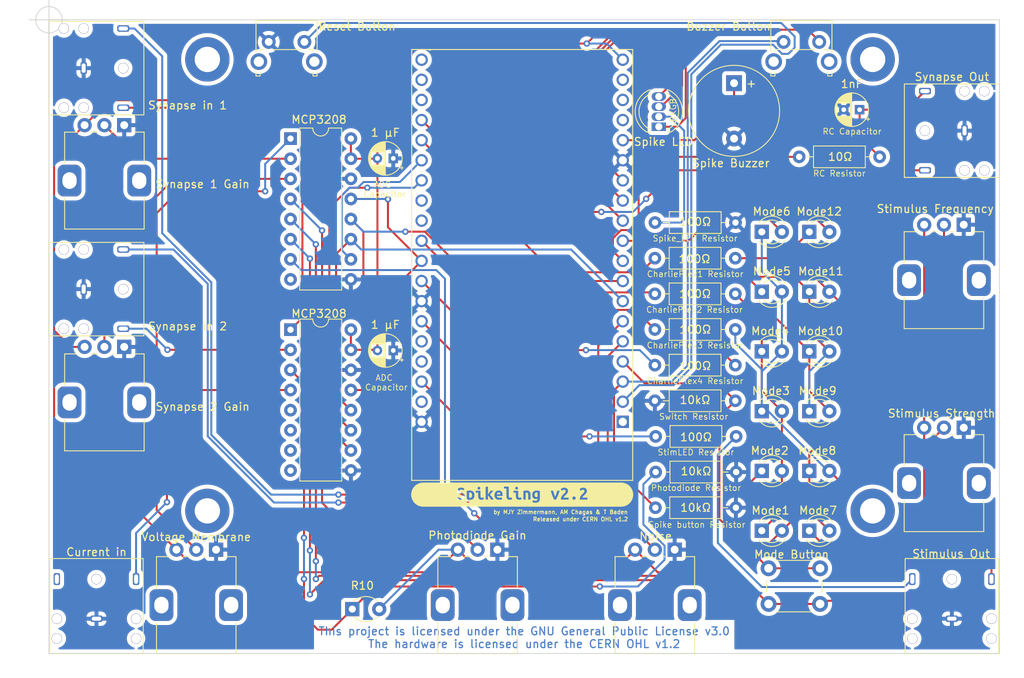
<source format=kicad_pcb>
(kicad_pcb (version 20211014) (generator pcbnew)
  (layers (0 "F.Cu" signal) (31 "B.Cu" signal) (34 "B.Paste" user) (35 "F.Paste" user) (36 "B.SilkS" user "B.Silkscreen") (37 "F.SilkS" user "F.Silkscreen") (38 "B.Mask" user) (39 "F.Mask" user) (44 "Edge.Cuts" user))
  (net 0 "")
  (net 7 "GNDREF")
  (net 8 "/23")
  (net 9 "/27")
  (net 10 "/26")
  (net 11 "+3V3")
  (net 12 "/34")
  (net 13 "/35")
  (net 14 "/25")
  (net 15 "/14")
  (net 16 "/12")
  (net 17 "/13")
  (net 18 "/22")
  (net 19 "/21")
  (net 20 "/19")
  (net 21 "/05")
  (net 22 "/17")
  (net 23 "/16")
  (net 24 "/02")
  (net 25 "/15")
  (net 26 "Net-(C3-Pad1)")
  (net 27 "Net-(D1-Pad2)")
  (net 28 "Net-(D10-Pad2)")
  (net 29 "Net-(D12-Pad2)")
  (net 30 "Net-(D4-Pad1)")
  (net 32 "/39")
  (net 33 "VCC")
  (net 36 "/202")
  (net 37 "/203")
  (net 38 "/106")
  (net 39 "/103")
  (net 40 "/105")
  (net 41 "/104")
  (net 42 "/101")
  (net 43 "/102")
  (net 44 "/200")
  (net 45 "/201")
  (net 46 "/32")
  (net 47 "/33")
  (net 48 "/18")
  (net 49 "/04")
  (net 50 "/00")
  (net 51 "/100")
  (net 52 "/107")
  (net 53 "/204")
  (net 54 "/205")
  (net 55 "/206")
  (net 56 "/207")
  (net 57 "Net-(D10-Pad1)")
  (net 58 "Net-(J5-PadT)")
  (net 59 "/36")
  (net 60 "Net-(SW3-Pad2)")
  (footprint "LED_THT:LED_D5.0mm-4_RGB" (layer "F.Cu") (at 177 63.5 90)
    (fp_text reference "D1")
    (fp_text value "Spike LED")
  )
  (footprint "Button_Switch_THT:Spikeling reset button" (layer "F.Cu") (at 195 50.1)
    (fp_text reference "SW2")
    (fp_text value "Buzzer Button")
  )
  (footprint "MountingHole:MountingHole_3.2mm_M3_DIN965_Pad" (layer "F.Cu") (at 120 55)
    (fp_text reference " ")
    (fp_text value "MountingHole_3.2mm_M3_DIN965_Pad")
  )
  (footprint "LED_THT:LED_D3.0mm" (layer "F.Cu") (at 190 76.779)
    (fp_text reference "D7")
    (fp_text value "Mode6")
  )
  (footprint "LED_THT:LED_D3.0mm" (layer "F.Cu") (at 190 114.504)
    (fp_text reference "D2")
    (fp_text value "Mode1")
  )
  (footprint "Resistor_THT:R_Axial_DIN0207_L6.3mm_D2.5mm_P10.16mm_Horizontal" (layer "F.Cu") (at 186.66 98.1 180)
    (fp_text reference "R5")
    (fp_text value "10kΩ")
  )
  (footprint "Package_DIP:DIP-16_W7.62mm" (layer "F.Cu") (at 130.5 89.125)
    (fp_text reference "U3")
    (fp_text value "MCP3208")
  )
  (footprint "Potentiometer_THT:Spikeling Potentiometer" (layer "F.Cu") (at 213 109 -90)
    (fp_text reference "RV6")
    (fp_text value "Stimulus Strength")
  )
  (footprint "Potentiometer_THT:Spikeling Potentiometer" (layer "F.Cu") (at 176.5 124.4 -90)
    (fp_text reference "RV4")
    (fp_text value "Noise")
  )
  (footprint "Audio_Module:Spikeling_Photoreceptor" (layer "F.Cu") (at 159.6 122.9)
    (fp_text reference ".")
    (fp_text value "Spikeling_neuron")
  )
  (footprint "Audio_Module:Spikeling Audio Jack 3.5mm" (layer "F.Cu") (at 99.8825 56.1 90)
    (fp_text reference "J2")
    (fp_text value "Synapse in 1")
  )
  (footprint "Audio_Module:Spikeling Audio Jack 3.5mm" (layer "F.Cu") (at 220.1 64 -90)
    (fp_text reference "J1")
    (fp_text value "Synapse Out")
  )
  (footprint "Potentiometer_THT:Spikeling Potentiometer" (layer "F.Cu") (at 107 70.8 -90)
    (fp_text reference "RV1")
    (fp_text value "Synapse 1 Gain")
  )
  (footprint "Audio_Module:Spikeling_Electrode" (layer "F.Cu") (at 125.9 107.3)
    (fp_text reference "REF**")
    (fp_text value "Spikeling_neuron")
  )
  (footprint "LED_THT:LED_D3.0mm" (layer "F.Cu") (at 190 99.414)
    (fp_text reference "D4")
    (fp_text value "Mode3")
  )
  (footprint "Potentiometer_THT:Spikeling Potentiometer" (layer "F.Cu") (at 118.6 124.4 -90)
    (fp_text reference "RV3")
    (fp_text value "Voltage Membrane")
  )
  (footprint "Resistor_THT:R_Axial_DIN0207_L6.3mm_D2.5mm_P10.16mm_Horizontal" (layer "F.Cu") (at 176.6 102.6)
    (fp_text reference "R3")
    (fp_text value "100Ω")
  )
  (footprint "MountingHole:MountingHole_3.2mm_M3_DIN965_Pad" (layer "F.Cu") (at 204 55)
    (fp_text reference " ")
    (fp_text value "MountingHole_M3")
  )
  (footprint "Package_DIP:DIP-16_W7.62mm" (layer "F.Cu") (at 130.5 65)
    (fp_text reference "U2")
    (fp_text value "MCP3208")
  )
  (footprint "Capacitor_THT:CP_Radial_D4.0mm_P2.00mm" (layer "F.Cu") (at 143.4726 91.75 180)
    (fp_text reference "C2")
    (fp_text value "1 μF")
  )
  (footprint "Audio_Module:Spikeling Audio Jack 3.5mm" (layer "F.Cu") (at 214 130.1175 180)
    (fp_text reference "J5")
    (fp_text value "Stimulus Out")
  )
  (footprint "Button_Switch_THT:Spikeling reset button" (layer "F.Cu") (at 130 50.1)
    (fp_text reference "SW3")
    (fp_text value "Reset Button")
  )
  (footprint "LED_THT:LED_D3.0mm" (layer "F.Cu") (at 196 91.869)
    (fp_text reference "D11")
    (fp_text value "Mode10")
  )
  (footprint "LED_THT:LED_D3.0mm" (layer "F.Cu") (at 196 106.959)
    (fp_text reference "D9")
    (fp_text value "Mode8")
  )
  (footprint "Capacitor_THT:CP_Radial_D4.0mm_P2.00mm" (layer "F.Cu") (at 143.4726 67.5 180)
    (fp_text reference "C1")
    (fp_text value "1 μF")
  )
  (footprint "Resistor_THT:R_Axial_DIN0207_L6.3mm_D2.5mm_P10.16mm_Horizontal" (layer "F.Cu") (at 176.5 93.6)
    (fp_text reference "R9")
    (fp_text value "100Ω")
  )
  (footprint "LED_THT:LED_D3.0mm" (layer "F.Cu") (at 196 76.779)
    (fp_text reference "D13")
    (fp_text value "Mode12")
  )
  (footprint "LED_THT:LED_D3.0mm" (layer "F.Cu") (at 196 84.324)
    (fp_text reference "D12")
    (fp_text value "Mode11")
  )
  (footprint "LED_THT:LED_D3.0mm" (layer "F.Cu") (at 196 99.414)
    (fp_text reference "D10")
    (fp_text value "Mode9")
  )
  (footprint "Resistor_THT:R_Axial_DIN0207_L6.3mm_D2.5mm_P10.16mm_Horizontal" (layer "F.Cu") (at 194.72 67.3)
    (fp_text reference "R1")
    (fp_text value "10Ω")
  )
  (footprint "Maxime:Photoresistor_3.4" (layer "F.Cu") (at 138.3 124.4)
    (fp_text reference "R10")
    (fp_text value "R_Photo")
  )
  (footprint "Potentiometer_THT:Spikeling Potentiometer" (layer "F.Cu") (at 213 83.372 -90)
    (fp_text reference "RV7")
    (fp_text value "Stimulus Frequency")
  )
  (footprint "Potentiometer_THT:Spikeling Potentiometer" (layer "F.Cu") (at 107 98.8 -90)
    (fp_text reference "RV2")
    (fp_text value "Synapse 2 Gain")
  )
  (footprint "Audio_Module:Spikeling Audio Jack 3.5mm" (layer "F.Cu") (at 99.8825 84 90)
    (fp_text reference "J3")
    (fp_text value "Synapse in 2")
  )
  (footprint "LED_THT:LED_D3.0mm" (layer "F.Cu") (at 190 106.959)
    (fp_text reference "D3")
    (fp_text value "Mode2")
  )
  (footprint "MountingHole:MountingHole_3.2mm_M3_DIN965_Pad" (layer "F.Cu") (at 204 112)
    (fp_text reference " ")
    (fp_text value "MountingHole_3.2mm_M3_DIN965_Pad")
  )
  (footprint "LED_THT:LED_D3.0mm" (layer "F.Cu") (at 190 91.869)
    (fp_text reference "D5")
    (fp_text value "Mode4")
  )
  (footprint "Audio_Module:Spikeling Audio Jack 3.5mm" (layer "F.Cu") (at 106 130.1175 180)
    (fp_text reference "J4")
    (fp_text value "Current in")
  )
  (footprint "Resistor_THT:R_Axial_DIN0207_L6.3mm_D2.5mm_P10.16mm_Horizontal" (layer "F.Cu") (at 176.5 89.1)
    (fp_text reference "R8")
    (fp_text value "100Ω")
  )
  (footprint "Resistor_THT:R_Axial_DIN0207_L6.3mm_D2.5mm_P10.16mm_Horizontal" (layer "F.Cu") (at 176.6 107.1)
    (fp_text reference "R2")
    (fp_text value "10kΩ")
  )
  (footprint "Potentiometer_THT:Spikeling Potentiometer" (layer "F.Cu") (at 154.119 124.4 -90)
    (fp_text reference "RV5")
    (fp_text value "Photodiode Gain")
  )
  (footprint "Capacitor_THT:CP_Radial_D4.0mm_P2.00mm" (layer "F.Cu") (at 202.35 61.35 180)
    (fp_text reference "C3")
    (fp_text value "1nF")
  )
  (footprint "Resistor_THT:R_Axial_DIN0207_L6.3mm_D2.5mm_P10.16mm_Horizontal" (layer "F.Cu") (at 176.5 84.6)
    (fp_text reference "R7")
    (fp_text value "100Ω")
  )
  (footprint "Resistor_THT:R_Axial_DIN0207_L6.3mm_D2.5mm_P10.16mm_Horizontal" (layer "F.Cu") (at 186.68 75.6 180)
    (fp_text reference "R4")
    (fp_text value "100Ω")
  )
  (footprint "Buzzer_Beeper:Buzzer_11.5x9.5RM5" (layer "F.Cu") (at 186.5 61.5 -90)
    (fp_text reference "BZ1")
    (fp_text value "Spike Buzzer")
  )
  (footprint "kibuzzard-633362FE" (layer "F.Cu") (at 159.75 109.95)
    (fp_text reference "kibuzzard-633362FE" hide)
    (fp_text value "G***" hide)
  )
  (footprint "MountingHole:MountingHole_3.2mm_M3_DIN965_Pad" (layer "F.Cu") (at 120 112)
    (fp_text reference " ")
    (fp_text value "MountingHole_3.2mm_M3_DIN965_Pad")
  )
  (footprint "Resistor_THT:R_Axial_DIN0207_L6.3mm_D2.5mm_P10.16mm_Horizontal" (layer "F.Cu") (at 176.57 111.6)
    (fp_text reference "R11")
    (fp_text value "10kΩ")
  )
  (footprint "Audio_Module:Spikeling_Neuron" (layer "F.Cu") (at 155.9 65.6)
    (fp_text reference ".")
    (fp_text value "Spikeling_neuron")
  )
  (footprint "Resistor_THT:R_Axial_DIN0207_L6.3mm_D2.5mm_P10.16mm_Horizontal" (layer "F.Cu") (at 176.5 80.1)
    (fp_text reference "R6")
    (fp_text value "100Ω")
  )
  (footprint "Button_Switch_THT:SW_PUSH_6mm_H13mm" (layer "F.Cu") (at 194.1 121.5)
    (fp_text reference "SW1")
    (fp_text value "Mode Button")
  )
  (footprint "Maxime:MODULE_ESP32-DEVKITC-32D" (layer "F.Cu") (at 159.75 81 180)
    (fp_text reference "U1")
    (fp_text value "ESP32-DEVKITC-32D")
  )
  (footprint "LED_THT:LED_D3.0mm" (layer "F.Cu") (at 196 114.504)
    (fp_text reference "D8")
    (fp_text value "Mode7")
  )
  (footprint "LED_THT:LED_D3.0mm" (layer "F.Cu") (at 190 84.324)
    (fp_text reference "D6")
    (fp_text value "Mode5")
  )
  (gr_line (start 220 130) (end 100 130) (layer "Edge.Cuts") (width 0.1))
  (gr_line (start 100 50) (end 220 50) (layer "Edge.Cuts") (width 0.1))
  (gr_line (start 220 50) (end 220 130) (layer "Edge.Cuts") (width 0.1))
  (gr_line (start 100 130) (end 100 50) (layer "Edge.Cuts") (width 0.1))
  (gr_text "This project is licensed under the GNU General Public License v3.0\nThe hardware is licensed under the CERN OHL v1.2" (at 160 128) (layer "B.Cu") (effects (font (size 1 1))))
  (gr_text "ADC \nCapacitor" (at 142.4 71.4) (layer "F.SilkS") (effects (font (size 0.75 0.75) (thickness 0.1))))
  (gr_text "Switch Resistor" (at 181.4 100.1) (layer "F.SilkS") (effects (font (size 0.75 0.75) (thickness 0.1))))
  (gr_text "CharliePlex3 Resistor" (at 181.58 91.1) (layer "F.SilkS") (effects (font (size 0.75 0.75) (thickness 0.1))))
  (gr_text "CharliePlex2 Resistor" (at 181.5 86.6) (layer "F.SilkS") (effects (font (size 0.75 0.75) (thickness 0.1))))
  (gr_text "Spike_LED Resistor" (at 181.58 77.6) (layer "F.SilkS") (effects (font (size 0.75 0.75) (thickness 0.1))))
  (gr_text "Released under CERN OHL v1.2" (at 167.1 113.05) (layer "F.SilkS") (effects (font (size 0.5 0.5) (thickness 0.1))))
  (gr_text "CharliePlex1 Resistor" (at 181.6 82.1) (layer "F.SilkS") (effects (font (size 0.75 0.75) (thickness 0.1))))
  (gr_text "RKGB" (at 178.8 61.4 90) (layer "F.SilkS") (effects (font (size 0.75 0.75) (thickness 0.1))))
  (gr_text "RC Capacitor" (at 201.4 64.1) (layer "F.SilkS") (effects (font (size 0.75 0.75) (thickness 0.1))))
  (gr_text "RC Resistor" (at 199.8 69.4) (layer "F.SilkS") (effects (font (size 0.75 0.75) (thickness 0.1))))
  (gr_text "by MJY Zimmermann, AM Chagas & T Baden" (at 164.6 112.15) (layer "F.SilkS") (effects (font (size 0.5 0.5) (thickness 0.1))))
  (gr_text "StimLED Resistor" (at 181.68 104.6) (layer "F.SilkS") (effects (font (size 0.75 0.75) (thickness 0.1))))
  (gr_text "Photodiode Resistor" (at 181.7 109.1) (layer "F.SilkS") (effects (font (size 0.75 0.75) (thickness 0.1))))
  (gr_text "ADC \nCapacitor" (at 142.6 95.8) (layer "F.SilkS") (effects (font (size 0.75 0.75) (thickness 0.1))))
  (gr_text "CharliePlex4 Resistor" (at 181.58 95.6) (layer "F.SilkS") (effects (font (size 0.75 0.75) (thickness 0.1))))
  (gr_text "Spike button Resistor" (at 181.8 113.75) (layer "F.SilkS") (effects (font (size 0.75 0.75) (thickness 0.1))))
  (target plus (at 100 50) (size 5) (width 0.1) (layer "Edge.Cuts"))
  (segment (start 168.3 54.6) (end 171.1 51.8) (width 0.25) (layer "F.Cu") (net 9))
  (segment (start 171.1 51.8) (end 178.5 51.8) (width 0.25) (layer "F.Cu") (net 9))
  (segment (start 179.3 63.5) (end 177 63.5) (width 0.25) (layer "F.Cu") (net 9))
  (segment (start 168.3 71.21) (end 168.3 54.6) (width 0.25) (layer "F.Cu") (net 9))
  (segment (start 180.4 53.7) (end 180.4 62.4) (width 0.25) (layer "F.Cu") (net 9))
  (segment (start 172.45 75.36) (end 168.3 71.21) (width 0.25) (layer "F.Cu") (net 9))
  (segment (start 178.5 51.8) (end 180.4 53.7) (width 0.25) (layer "F.Cu") (net 9))
  (segment (start 180.4 62.4) (end 179.3 63.5) (width 0.25) (layer "F.Cu") (net 9))
  (segment (start 216.2 73) (end 217.6 74.4) (width 0.25) (layer "F.Cu") (net 10))
  (segment (start 219 115.05) (end 214.8 110.85) (width 0.25) (layer "F.Cu") (net 10))
  (segment (start 219 120.6175) (end 219 115.05) (width 0.25) (layer "F.Cu") (net 10))
  (segment (start 214.8 106.3) (end 218.1 103) (width 0.25) (layer "F.Cu") (net 10))
  (segment (start 217.6 76.9) (end 217.6 74.4) (width 0.25) (layer "F.Cu") (net 10))
  (segment (start 180.75 77.9) (end 185.65 73) (width 0.25) (layer "F.Cu") (net 10))
  (segment (start 218.1 99.8) (end 214.1 95.8) (width 0.25) (layer "F.Cu") (net 10))
  (segment (start 214.1 80.4) (end 217.6 76.9) (width 0.25) (layer "F.Cu") (net 10))
  (segment (start 214.1 95.8) (end 214.1 80.4) (width 0.25) (layer "F.Cu") (net 10))
  (segment (start 185.65 73) (end 216.2 73) (width 0.25) (layer "F.Cu") (net 10))
  (segment (start 218.1 103) (end 218.1 99.8) (width 0.25) (layer "F.Cu") (net 10))
  (segment (start 172.45 77.9) (end 180.75 77.9) (width 0.25) (layer "F.Cu") (net 10))
  (segment (start 214.8 110.85) (end 214.8 106.3) (width 0.25) (layer "F.Cu") (net 10))
  (segment (start 172.45 90.6) (end 170.55 92.5) (width 0.25) (layer "F.Cu") (net 12))
  (segment (start 170.55 92.5) (end 170.55 107.8) (width 0.25) (layer "F.Cu") (net 12))
  (segment (start 167.4 110.95) (end 136.55 110.95) (width 0.25) (layer "F.Cu") (net 12))
  (segment (start 170.55 107.8) (end 167.4 110.95) (width 0.25) (layer "F.Cu") (net 12))
  (via (at 136.55 110.95) (size 0.8) (drill 0.4) (layers "F.Cu" "B.Cu") (net 12))
  (segment (start 120.05048 83.336198) (end 115.714282 79) (width 0.25) (layer "B.Cu") (net 12))
  (segment (start 136.55 110.95) (end 128.414283 110.95) (width 0.25) (layer "B.Cu") (net 12))
  (segment (start 128.414283 110.95) (end 120.05048 102.586197) (width 0.25) (layer "B.Cu") (net 12))
  (segment (start 115.714282 79) (end 109.3825 79) (width 0.25) (layer "B.Cu") (net 12))
  (segment (start 120.05048 102.586197) (end 120.05048 83.336198) (width 0.25) (layer "B.Cu") (net 12))
  (segment (start 169.35 91.16) (end 169.35 107.6) (width 0.25) (layer "F.Cu") (net 13))
  (segment (start 167 109.95) (end 136.55 109.95) (width 0.25) (layer "F.Cu") (net 13))
  (segment (start 169.35 107.6) (end 167 109.95) (width 0.25) (layer "F.Cu") (net 13))
  (segment (start 172.45 88.06) (end 169.35 91.16) (width 0.25) (layer "F.Cu") (net 13))
  (via (at 136.55 109.95) (size 0.8) (drill 0.4) (layers "F.Cu" "B.Cu") (net 13))
  (segment (start 114.3 54.6) (end 114.3 76.95) (width 0.25) (layer "B.Cu") (net 13))
  (segment (start 114.3 76.95) (end 120.5 83.15) (width 0.25) (layer "B.Cu") (net 13))
  (segment (start 110.8 51.1) (end 114.3 54.6) (width 0.25) (layer "B.Cu") (net 13))
  (segment (start 120.5 102.4) (end 128.05 109.95) (width 0.25) (layer "B.Cu") (net 13))
  (segment (start 120.5 83.15) (end 120.5 102.4) (width 0.25) (layer "B.Cu") (net 13))
  (segment (start 109.3825 51.1) (end 110.8 51.1) (width 0.25) (layer "B.Cu") (net 13))
  (segment (start 128.05 109.95) (end 136.55 109.95) (width 0.25) (layer "B.Cu") (net 13))
  (segment (start 174.45 71.55) (end 178.7 67.3) (width 0.25) (layer "F.Cu") (net 14))
  (segment (start 172.45 80.44) (end 171.2 79.19) (width 0.25) (layer "F.Cu") (net 14))
  (segment (start 172.237984 76.55) (end 173.9 76.55) (width 0.25) (layer "F.Cu") (net 14))
  (segment (start 171.2 79.19) (end 171.2 77.587984) (width 0.25) (layer "F.Cu") (net 14))
  (segment (start 171.2 77.587984) (end 172.237984 76.55) (width 0.25) (layer "F.Cu") (net 14))
  (segment (start 173.9 76.55) (end 174.45 76) (width 0.25) (layer "F.Cu") (net 14))
  (segment (start 178.7 67.3) (end 194.72 67.3) (width 0.25) (layer "F.Cu") (net 14))
  (segment (start 174.45 76) (end 174.45 71.55) (width 0.25) (layer "F.Cu") (net 14))
  (segment (start 168.74952 69.11952) (end 172.45 72.82) (width 0.25) (layer "F.Cu") (net 15))
  (segment (start 179.95048 53.886198) (end 179.95048 58.320064) (width 0.25) (layer "F.Cu") (net 15))
  (segment (start 179.95048 53.886198) (end 178.313802 52.24952) (width 0.25) (layer "F.Cu") (net 15))
  (segment (start 171.286198 52.24952) (end 168.74952 54.786198) (width 0.25) (layer "F.Cu") (net 15))
  (segment (start 168.74952 54.786198) (end 168.74952 69.11952) (width 0.25) (layer "F.Cu") (net 15))
  (segment (start 179.95048 58.320064) (end 177.310544 60.96) (width 0.25) (layer "F.Cu") (net 15))
  (segment (start 177.310544 60.96) (end 177 60.96) (width 0.25) (layer "F.Cu") (net 15))
  (segment (start 178.313802 52.24952) (end 171.286198 52.24952) (width 0.25) (layer "F.Cu") (net 15))
  (segment (start 177 59.69) (end 179.5 57.19) (width 0.25) (layer "F.Cu") (net 16))
  (segment (start 169.3 67.13) (end 172.45 70.28) (width 0.25) (layer "F.Cu") (net 16))
  (segment (start 178.127604 52.69904) (end 171.472396 52.69904) (width 0.25) (layer "F.Cu") (net 16))
  (segment (start 179.5 57.19) (end 179.5 54.071436) (width 0.25) (layer "F.Cu") (net 16))
  (segment (start 171.472396 52.69904) (end 169.3 54.871436) (width 0.25) (layer "F.Cu") (net 16))
  (segment (start 179.5 54.071436) (end 178.127604 52.69904) (width 0.25) (layer "F.Cu") (net 16))
  (segment (start 169.3 54.871436) (end 169.3 67.13) (width 0.25) (layer "F.Cu") (net 16))
  (segment (start 181.5 65.2) (end 186.5 60.2) (width 0.25) (layer "F.Cu") (net 17))
  (segment (start 172.45 65.2) (end 181.5 65.2) (width 0.25) (layer "F.Cu") (net 17))
  (segment (start 186.5 58) (end 186.5 60.2) (width 0.25) (layer "F.Cu") (net 17))
  (segment (start 147.05 95.68) (end 153.97 102.6) (width 0.25) (layer "F.Cu") (net 18))
  (segment (start 153.97 102.6) (end 168.25 102.6) (width 0.25) (layer "F.Cu") (net 18))
  (via (at 168.25 102.6) (size 0.8) (drill 0.4) (layers "F.Cu" "B.Cu") (net 18))
  (segment (start 168.25 102.6) (end 176.6 102.6) (width 0.25) (layer "B.Cu") (net 18))
  (segment (start 150.694511 91.704511) (end 147.05 88.06) (width 0.25) (layer "F.Cu") (net 19))
  (segment (start 167.804511 91.704511) (end 150.694511 91.704511) (width 0.25) (layer "F.Cu") (net 19))
  (via (at 167.804511 91.704511) (size 0.8) (drill 0.4) (layers "F.Cu" "B.Cu") (net 19))
  (segment (start 176.5 93.6) (end 174.604511 91.704511) (width 0.25) (layer "B.Cu") (net 19))
  (segment (start 174.604511 91.704511) (end 167.804511 91.704511) (width 0.25) (layer "B.Cu") (net 19))
  (segment (start 150.694511 86.624511) (end 147.05 82.98) (width 0.25) (layer "F.Cu") (net 20))
  (segment (start 176.5 89.1) (end 174.024511 86.624511) (width 0.25) (layer "F.Cu") (net 20))
  (segment (start 174.024511 86.624511) (end 150.694511 86.624511) (width 0.25) (layer "F.Cu") (net 20))
  (segment (start 153.565489 84.415489) (end 147.05 77.9) (width 0.25) (layer "F.Cu") (net 21))
  (segment (start 176.315489 84.415489) (end 153.565489 84.415489) (width 0.25) (layer "F.Cu") (net 21))
  (segment (start 176.5 84.6) (end 176.315489 84.415489) (width 0.25) (layer "F.Cu") (net 21))
  (segment (start 163.725489 81.875489) (end 147.05 65.2) (width 0.25) (layer "F.Cu") (net 24))
  (segment (start 176.5 80.1) (end 174.724511 81.875489) (width 0.25) (layer "F.Cu") (net 24))
  (segment (start 174.724511 81.875489) (end 163.725489 81.875489) (width 0.25) (layer "F.Cu") (net 24))
  (segment (start 158.645489 74.255489) (end 169.744511 74.255489) (width 0.25) (layer "F.Cu") (net 25))
  (segment (start 179 69) (end 175.4 72.6) (width 0.25) (layer "F.Cu") (net 25))
  (segment (start 210.6 69) (end 179 69) (width 0.25) (layer "F.Cu") (net 25))
  (segment (start 147.05 62.66) (end 158.645489 74.255489) (width 0.25) (layer "F.Cu") (net 25))
  (via (at 175.4 72.6) (size 0.8) (drill 0.4) (layers "F.Cu" "B.Cu") (net 25))
  (via (at 169.744511 74.255489) (size 0.8) (drill 0.4) (layers "F.Cu" "B.Cu") (net 25))
  (segment (start 173.744511 74.255489) (end 169.744511 74.255489) (width 0.25) (layer "B.Cu") (net 25))
  (segment (start 175.4 72.6) (end 173.744511 74.255489) (width 0.25) (layer "B.Cu") (net 25))
  (segment (start 202.35 61.35) (end 202.35 64.77) (width 0.25) (layer "F.Cu") (net 26))
  (segment (start 202.35 61.35) (end 208.25 61.35) (width 0.25) (layer "F.Cu") (net 26))
  (segment (start 208.25 61.35) (end 210.6 59) (width 0.25) (layer "F.Cu") (net 26))
  (segment (start 202.35 64.77) (end 204.88 67.3) (width 0.25) (layer "F.Cu") (net 26))
  (segment (start 177.310544 62.23) (end 177 62.23) (width 0.25) (layer "F.Cu") (net 27))
  (segment (start 176.6 62.14) (end 177.75 62.14) (width 0.25) (layer "F.Cu") (net 27))
  (segment (start 177 62.23) (end 178.43 62.23) (width 0.25) (layer "B.Cu") (net 27))
  (segment (start 178.43 62.23) (end 180.2 64) (width 0.25) (layer "B.Cu") (net 27))
  (segment (start 180.2 75.2) (end 179.8 75.6) (width 0.25) (layer "B.Cu") (net 27))
  (segment (start 179.8 75.6) (end 176.52 75.6) (width 0.25) (layer "B.Cu") (net 27))
  (segment (start 180.2 64) (end 180.2 75.2) (width 0.25) (layer "B.Cu") (net 27))
  (segment (start 177 75.12) (end 176.52 75.6) (width 0.25) (layer "B.Cu") (net 27))
  (segment (start 190 87.94) (end 190 91.869) (width 0.25) (layer "F.Cu") (net 28))
  (segment (start 186.66 84.6) (end 189.88 87.82) (width 0.25) (layer "F.Cu") (net 28))
  (segment (start 192.54 106.959) (end 192.54 111.964) (width 0.25) (layer "F.Cu") (net 28))
  (segment (start 189.88 87.82) (end 190 87.94) (width 0.25) (layer "F.Cu") (net 28))
  (segment (start 196 91.869) (end 191.951 87.82) (width 0.25) (layer "F.Cu") (net 28))
  (segment (start 196 96.874) (end 198.54 99.414) (width 0.25) (layer "F.Cu") (net 28))
  (segment (start 192.54 111.964) (end 190 114.504) (width 0.25) (layer "F.Cu") (net 28))
  (segment (start 190 91.869) (end 190 96.874) (width 0.25) (layer "F.Cu") (net 28))
  (segment (start 190 96.874) (end 192.54 99.414) (width 0.25) (layer "F.Cu") (net 28))
  (segment (start 192.54 99.414) (end 192.54 106.959) (width 0.25) (layer "F.Cu") (net 28))
  (segment (start 196 91.869) (end 196 96.874) (width 0.25) (layer "F.Cu") (net 28))
  (segment (start 191.951 87.82) (end 189.88 87.82) (width 0.25) (layer "F.Cu") (net 28))
  (segment (start 186.66 80.1) (end 192.679 80.1) (width 0.25) (layer "F.Cu") (net 29))
  (segment (start 192.679 80.1) (end 196 76.779) (width 0.25) (layer "F.Cu") (net 29))
  (segment (start 198.54 84.324) (end 194.316 80.1) (width 0.25) (layer "F.Cu") (net 29))
  (segment (start 196 110.85) (end 196 106.959) (width 0.25) (layer "F.Cu") (net 29))
  (segment (start 196 106.959) (end 196 104.75) (width 0.25) (layer "F.Cu") (net 29))
  (segment (start 196 111.964) (end 196 110.85) (width 0.25) (layer "F.Cu") (net 29))
  (segment (start 196 104.75) (end 200.4 100.35) (width 0.25) (layer "F.Cu") (net 29))
  (segment (start 198.54 114.504) (end 196 111.964) (width 0.25) (layer "F.Cu") (net 29))
  (segment (start 200.4 100.35) (end 200.4 86.184) (width 0.25) (layer "F.Cu") (net 29))
  (segment (start 189.25 116.75) (end 190.294 116.75) (width 0.25) (layer "F.Cu") (net 29))
  (segment (start 190.294 116.75) (end 192.54 114.504) (width 0.25) (layer "F.Cu") (net 29))
  (segment (start 188.1 108.859) (end 188.1 115.6) (width 0.25) (layer "F.Cu") (net 29))
  (segment (start 188.1 115.6) (end 189.25 116.75) (width 0.25) (layer "F.Cu") (net 29))
  (segment (start 200.4 86.184) (end 198.54 84.324) (width 0.25) (layer "F.Cu") (net 29))
  (segment (start 190 106.959) (end 188.1 108.859) (width 0.25) (layer "F.Cu") (net 29))
  (segment (start 196 111.044) (end 196 110.85) (width 0.25) (layer "F.Cu") (net 29))
  (segment (start 192.54 114.504) (end 196 111.044) (width 0.25) (layer "F.Cu") (net 29))
  (segment (start 194.316 80.1) (end 192.679 80.1) (width 0.25) (layer "F.Cu") (net 29))
  (segment (start 200.2 108.619) (end 198.54 106.959) (width 0.25) (layer "F.Cu") (net 30))
  (segment (start 200.2 115.6) (end 200.2 108.619) (width 0.25) (layer "F.Cu") (net 30))
  (segment (start 199.4 116.4) (end 200.2 115.6) (width 0.25) (layer "F.Cu") (net 30))
  (segment (start 197.896 116.4) (end 199.4 116.4) (width 0.25) (layer "F.Cu") (net 30))
  (segment (start 197.896 116.4) (end 196 114.504) (width 0.25) (layer "F.Cu") (net 30))
  (segment (start 190 76.779) (end 190 81.784) (width 0.25) (layer "B.Cu") (net 30))
  (segment (start 198.353279 106.959) (end 198.54 106.959) (width 0.25) (layer "B.Cu") (net 30))
  (segment (start 190 99.414) (end 190 94.409) (width 0.25) (layer "B.Cu") (net 30))
  (segment (start 192.54 84.324) (end 192.54 91.869) (width 0.25) (layer "B.Cu") (net 30))
  (segment (start 186.66 90.81) (end 190 94.15) (width 0.25) (layer "B.Cu") (net 30))
  (segment (start 190 94.15) (end 190 94.409) (width 0.25) (layer "B.Cu") (net 30))
  (segment (start 190 81.784) (end 192.54 84.324) (width 0.25) (layer "B.Cu") (net 30))
  (segment (start 190.808279 99.414) (end 198.353279 106.959) (width 0.25) (layer "B.Cu") (net 30))
  (segment (start 190 94.409) (end 192.54 91.869) (width 0.25) (layer "B.Cu") (net 30))
  (segment (start 186.66 89.1) (end 186.66 90.81) (width 0.25) (layer "B.Cu") (net 30))
  (segment (start 190 99.414) (end 190.808279 99.414) (width 0.25) (layer "B.Cu") (net 30))
  (segment (start 184.65 100.11) (end 184.65 113.04) (width 0.25) (layer "F.Cu") (net 32))
  (segment (start 172.45 93.14) (end 175.21 95.9) (width 0.25) (layer "F.Cu") (net 32))
  (segment (start 186.66 98.1) (end 184.65 100.11) (width 0.25) (layer "F.Cu") (net 32))
  (segment (start 190.86 119.25) (end 197.36 119.25) (width 0.25) (layer "F.Cu") (net 32))
  (segment (start 175.21 95.9) (end 184.46 95.9) (width 0.25) (layer "F.Cu") (net 32))
  (segment (start 184.65 113.04) (end 190.86 119.25) (width 0.25) (layer "F.Cu") (net 32))
  (segment (start 184.46 95.9) (end 186.66 98.1) (width 0.25) (layer "F.Cu") (net 32))
  (segment (start 156.649982 53) (end 164.55 53) (width 0.25) (layer "F.Cu") (net 33))
  (segment (start 186.86 119.75) (end 176.85 119.75) (width 0.25) (layer "F.Cu") (net 33))
  (segment (start 167.9 53) (end 169.65 51.25) (width 0.25) (layer "F.Cu") (net 33))
  (segment (start 104.5 63.3) (end 100.65 67.15) (width 0.25) (layer "F.Cu") (net 33))
  (segment (start 138.12 89.125) (end 138.12 91.665) (width 0.25) (layer "F.Cu") (net 33))
  (segment (start 210.14904 123.35096) (end 197.75904 123.35096) (width 0.25) (layer "F.Cu") (net 33))
  (segment (start 102.740678 91.3) (end 104.5 91.3) (width 0.25) (layer "F.Cu") (net 33))
  (segment (start 144.65 53) (end 156.35 53) (width 0.25) (layer "F.Cu") (net 33))
  (segment (start 197.75904 123.35096) (end 197.36 123.75) (width 0.25) (layer "F.Cu") (net 33))
  (segment (start 154.469 119.75) (end 171.15 119.75) (width 0.25) (layer "F.Cu") (net 33))
  (segment (start 116.1 116.9) (end 100.65 101.45) (width 0.25) (layer "F.Cu") (net 33))
  (segment (start 171.15 119.75) (end 174 116.9) (width 0.25) (layer "F.Cu") (net 33))
  (segment (start 141.4726 57.2774) (end 141.4726 56.1774) (width 0.25) (layer "F.Cu") (net 33))
  (segment (start 138.6 60.15) (end 141.4726 57.2774) (width 0.25) (layer "F.Cu") (net 33))
  (segment (start 164.55 53) (end 164.7 53) (width 0.25) (layer "F.Cu") (net 33))
  (segment (start 138.12 67.54) (end 141.4326 67.54) (width 0.25) (layer "F.Cu") (net 33))
  (segment (start 141.4726 67.5) (end 141.4726 56.1774) (width 0.25) (layer "F.Cu") (net 33))
  (segment (start 148.769 119.75) (end 151.619 116.9) (width 0.25) (layer "F.Cu") (net 33))
  (segment (start 100.65 67.15) (end 100.65 89.209322) (width 0.25) (layer "F.Cu") (net 33))
  (segment (start 100.65 89.209322) (end 102.740678 91.3) (width 0.25) (layer "F.Cu") (net 33))
  (segment (start 100.65 101.45) (end 100.65 89.209322) (width 0.25) (layer "F.Cu") (net 33))
  (segment (start 195.81 51.25) (end 197.25 52.69) (width 0.25) (layer "F.Cu") (net 33))
  (segment (start 210.5 101.5) (end 210.5 123) (width 0.25) (layer "F.Cu") (net 33))
  (segment (start 156.35 53) (end 167.9 53) (width 0.25) (layer "F.Cu") (net 33))
  (segment (start 107.65 60.15) (end 138.6 60.15) (width 0.25) (layer "F.Cu") (net 33))
  (segment (start 176.85 119.75) (end 174 116.9) (width 0.25) (layer "F.Cu") (net 33))
  (segment (start 104.5 63.3) (end 107.65 60.15) (width 0.25) (layer "F.Cu") (net 33))
  (segment (start 169.65 51.25) (end 195.81 51.25) (width 0.25) (layer "F.Cu") (net 33))
  (segment (start 138.12 91.665) (end 141.3876 91.665) (width 0.25) (layer "F.Cu") (net 33))
  (segment (start 141.4326 67.54) (end 141.4726 67.5) (width 0.25) (layer "F.Cu") (net 33))
  (segment (start 190.86 123.75) (end 197.36 123.75) (width 0.25) (layer "F.Cu") (net 33))
  (segment (start 210.5 75.872) (end 210.5 101.5) (width 0.25) (layer "F.Cu") (net 33))
  (segment (start 190.86 123.75) (end 186.86 119.75) (width 0.25) (layer "F.Cu") (net 33))
  (segment (start 116.1 116.9) (end 118.95 119.75) (width 0.25) (layer "F.Cu") (net 33))
  (segment (start 141.3876 91.665) (end 141.4726 91.75) (width 0.25) (layer "F.Cu") (net 33))
  (segment (start 210.5 123) (end 210.14904 123.35096) (width 0.25) (layer "F.Cu") (net 33))
  (segment (start 138.12 65) (end 138.12 67.54) (width 0.25) (layer "F.Cu") (net 33))
  (segment (start 118.95 119.75) (end 148.769 119.75) (width 0.25) (layer "F.Cu") (net 33))
  (segment (start 141.4726 56.1774) (end 144.65 53) (width 0.25) (layer "F.Cu") (net 33))
  (segment (start 151.619 116.9) (end 154.469 119.75) (width 0.25) (layer "F.Cu") (net 33))
  (segment (start 141.4726 67.5) (end 141.4726 91.75) (width 0.25) (layer "F.Cu") (net 33))
  (via (at 167.9 53) (size 0.8) (drill 0.4) (layers "F.Cu" "B.Cu") (net 33))
  (segment (start 170.41 53) (end 172.45 55.04) (width 0.25) (layer "B.Cu") (net 33))
  (segment (start 167.9 53) (end 170.41 53) (width 0.25) (layer "B.Cu") (net 33))
  (segment (start 141.7 124.4) (end 149.2 116.9) (width 0.25) (layer "B.Cu") (net 33))
  (segment (start 149.2 116.9) (end 151.619 116.9) (width 0.25) (layer "B.Cu") (net 33))
  (segment (start 133.95 127) (end 135.35 127) (width 0.25) (layer "F.Cu") (net 36))
  (segment (start 132.2 125.25) (end 133.95 127) (width 0.25) (layer "F.Cu") (net 36))
  (segment (start 138.3 124.4) (end 135.7 127) (width 0.25) (layer "F.Cu") (net 36))
  (segment (start 132.2 95.905) (end 132.2 115.4) (width 0.25) (layer "F.Cu") (net 36))
  (segment (start 138.3 124.4) (end 141.15 121.55) (width 0.25) (layer "F.Cu") (net 36))
  (segment (start 141.15 121.55) (end 169.55 121.55) (width 0.25) (layer "F.Cu") (net 36))
  (segment (start 130.5 94.205) (end 132.2 95.905) (width 0.25) (layer "F.Cu") (net 36))
  (segment (start 135.7 127) (end 135.35 127) (width 0.25) (layer "F.Cu") (net 36))
  (segment (start 132.2 120.6) (end 132.2 125.25) (width 0.25) (layer "F.Cu") (net 36))
  (via (at 132.2 120.6) (size 0.8) (drill 0.4) (layers "F.Cu" "B.Cu") (net 36))
  (via (at 132.2 115.4) (size 0.8) (drill 0.4) (layers "F.Cu" "B.Cu") (net 36))
  (via (at 169.55 121.55) (size 0.8) (drill 0.4) (layers "F.Cu" "B.Cu") (net 36))
  (segment (start 132.2 115.4) (end 132.2 120.6) (width 0.25) (layer "B.Cu") (net 36))
  (segment (start 175.050001 113.71828) (end 177.724511 116.39279) (width 0.25) (layer "B.Cu") (net 36))
  (segment (start 174.35 121.55) (end 169.55 121.55) (width 0.25) (layer "B.Cu") (net 36))
  (segment (start 175.05 108.65) (end 175.050001 113.71828) (width 0.25) (layer "B.Cu") (net 36))
  (segment (start 177.724511 118.175489) (end 174.35 121.55) (width 0.25) (layer "B.Cu") (net 36))
  (segment (start 176.6 107.1) (end 175.05 108.65) (width 0.25) (layer "B.Cu") (net 36))
  (segment (start 177.724511 116.39279) (end 177.724511 118.175489) (width 0.25) (layer "B.Cu") (net 36))
  (segment (start 130.5 96.745) (end 117.855 96.745) (width 0.25) (layer "F.Cu") (net 37))
  (segment (start 114.9 99.7) (end 114.9 110.9) (width 0.25) (layer "F.Cu") (net 37))
  (segment (start 117.855 96.745) (end 114.9 99.7) (width 0.25) (layer "F.Cu") (net 37))
  (via (at 114.9 110.9) (size 0.8) (drill 0.4) (layers "F.Cu" "B.Cu") (net 37))
  (segment (start 114.9 110.9) (end 111 114.8) (width 0.25) (layer "B.Cu") (net 37))
  (segment (start 111 114.8) (end 111 120.6175) (width 0.25) (layer "B.Cu") (net 37))
  (segment (start 156.7 115.3) (end 153.7 112.3) (width 0.25) (layer "F.Cu") (net 38))
  (segment (start 174.9 115.3) (end 156.7 115.3) (width 0.25) (layer "F.Cu") (net 38))
  (segment (start 176.5 116.9) (end 174.9 115.3) (width 0.25) (layer "F.Cu") (net 38))
  (via (at 153.7 112.3) (size 0.8) (drill 0.4) (layers "F.Cu" "B.Cu") (net 38))
  (segment (start 153.7 112.3) (end 150 108.6) (width 0.25) (layer "B.Cu") (net 38))
  (segment (start 150 82.7) (end 148.9 81.6) (width 0.25) (layer "B.Cu") (net 38))
  (segment (start 150 108.6) (end 150 82.7) (width 0.25) (layer "B.Cu") (net 38))
  (segment (start 131.86 81.6) (end 130.5 80.24) (width 0.25) (layer "B.Cu") (net 38))
  (segment (start 148.9 81.6) (end 131.86 81.6) (width 0.25) (layer "B.Cu") (net 38))
  (segment (start 154.119 116.9) (end 152.269 115.05) (width 0.25) (layer "F.Cu") (net 39))
  (segment (start 152.269 115.05) (end 138.55 115.05) (width 0.25) (layer "F.Cu") (net 39))
  (segment (start 134.48 110.98) (end 134.575 111.075) (width 0.25) (layer "F.Cu") (net 39))
  (segment (start 138.55 115.05) (end 134.575 111.075) (width 0.25) (layer "F.Cu") (net 39))
  (segment (start 134.48 76.6) (end 134.48 110.98) (width 0.25) (layer "F.Cu") (net 39))
  (via (at 134.48 76.6) (size 0.8) (drill 0.4) (layers "F.Cu" "B.Cu") (net 39))
  (segment (start 130.5 72.62) (end 134.48 76.6) (width 0.25) (layer "B.Cu") (net 39))
  (segment (start 217.3 102.55) (end 217.3 100.35) (width 0.25) (layer "F.Cu") (net 40))
  (segment (start 213 96.05) (end 213 75.872) (width 0.25) (layer "F.Cu") (net 40))
  (segment (start 134.75 120.75) (end 184.4 120.75) (width 0.25) (layer "F.Cu") (net 40))
  (segment (start 132.95 122.55) (end 134.75 120.75) (width 0.25) (layer "F.Cu") (net 40))
  (segment (start 210.585717 124.25) (end 211.55 123.285717) (width 0.25) (layer "F.Cu") (net 40))
  (segment (start 200.1 124.25) (end 210.585717 124.25) (width 0.25) (layer "F.Cu") (net 40))
  (segment (start 132.95 80.15) (end 132.95 117) (width 0.25) (layer "F.Cu") (net 40))
  (segment (start 184.4 120.75) (end 189.75 126.1) (width 0.25) (layer "F.Cu") (net 40))
  (segment (start 189.75 126.1) (end 198.25 126.1) (width 0.25) (layer "F.Cu") (net 40))
  (segment (start 211.55 108.3) (end 217.3 102.55) (width 0.25) (layer "F.Cu") (net 40))
  (segment (start 217.3 100.35) (end 213 96.05) (width 0.25) (layer "F.Cu") (net 40))
  (segment (start 211.55 123.285717) (end 211.55 108.3) (width 0.25) (layer "F.Cu") (net 40))
  (segment (start 198.25 126.1) (end 200.1 124.25) (width 0.25) (layer "F.Cu") (net 40))
  (via (at 132.95 122.55) (size 0.8) (drill 0.4) (layers "F.Cu" "B.Cu") (net 40))
  (via (at 132.95 117) (size 0.8) (drill 0.4) (layers "F.Cu" "B.Cu") (net 40))
  (via (at 132.95 80.15) (size 0.8) (drill 0.4) (layers "F.Cu" "B.Cu") (net 40))
  (segment (start 132.95 117) (end 132.95 122.55) (width 0.25) (layer "B.Cu") (net 40))
  (segment (start 130.5 77.7) (end 132.95 80.15) (width 0.25) (layer "B.Cu") (net 40))
  (segment (start 133.7 120.6) (end 134.10048 120.19952) (width 0.25) (layer "F.Cu") (net 41))
  (segment (start 210.94952 103.55048) (end 210.94952 123.25048) (width 0.25) (layer "F.Cu") (net 41))
  (segment (start 210.94952 123.25048) (end 210.39952 123.80048) (width 0.25) (layer "F.Cu") (net 41))
  (segment (start 134.10048 120.19952) (end 184.74952 120.19952) (width 0.25) (layer "F.Cu") (net 41))
  (segment (start 198.15 125.5) (end 190.05 125.5) (width 0.25) (layer "F.Cu") (net 41))
  (segment (start 133.7 78.35) (end 133.7 118.35) (width 0.25) (layer "F.Cu") (net 41))
  (segment (start 190.05 125.5) (end 184.74952 120.19952) (width 0.25) (layer "F.Cu") (net 41))
  (segment (start 213 101.5) (end 210.94952 103.55048) (width 0.25) (layer "F.Cu") (net 41))
  (segment (start 198.15 125.5) (end 199.84952 123.80048) (width 0.25) (layer "F.Cu") (net 41))
  (segment (start 210.39952 123.80048) (end 199.84952 123.80048) (width 0.25) (layer "F.Cu") (net 41))
  (via (at 133.7 78.35) (size 0.8) (drill 0.4) (layers "F.Cu" "B.Cu") (net 41))
  (via (at 133.7 118.35) (size 0.8) (drill 0.4) (layers "F.Cu" "B.Cu") (net 41))
  (via (at 133.7 120.6) (size 0.8) (drill 0.4) (layers "F.Cu" "B.Cu") (net 41))
  (segment (start 130.5 75.16) (end 133.49 78.15) (width 0.25) (layer "B.Cu") (net 41))
  (segment (start 133.5 78.15) (end 133.7 78.35) (width 0.25) (layer "B.Cu") (net 41))
  (segment (start 133.49 78.15) (end 133.5 78.15) (width 0.25) (layer "B.Cu") (net 41))
  (segment (start 133.7 118.35) (end 133.7 120.6) (width 0.25) (layer "B.Cu") (net 41))
  (segment (start 111.24 67.54) (end 130.5 67.54) (width 0.25) (layer "F.Cu") (net 42))
  (segment (start 107 63.3) (end 111.24 67.54) (width 0.25) (layer "F.Cu") (net 42))
  (segment (start 107 91.3) (end 107 78.890717) (width 0.25) (layer "F.Cu") (net 43))
  (segment (start 115.810717 70.08) (end 130.5 70.08) (width 0.25) (layer "F.Cu") (net 43))
  (segment (start 107 78.890717) (end 115.810717 70.08) (width 0.25) (layer "F.Cu") (net 43))
  (segment (start 132 63.25) (end 129.85 61.1) (width 0.25) (layer "F.Cu") (net 44))
  (segment (start 109.3825 61.1) (end 129.85 61.1) (width 0.25) (layer "F.Cu") (net 44))
  (segment (start 130.5 89.125) (end 132 87.625) (width 0.25) (layer "F.Cu") (net 44))
  (segment (start 132 87.625) (end 132 63.25) (width 0.25) (layer "F.Cu") (net 44))
  (segment (start 130.5 91.665) (end 114.965 91.665) (width 0.25) (layer "F.Cu") (net 45))
  (via (at 114.965 91.665) (size 0.8) (drill 0.4) (layers "F.Cu" "B.Cu") (net 45))
  (segment (start 114.965 91.665) (end 112.3 89) (width 0.25) (layer "B.Cu") (net 45))
  (segment (start 109.3825 89) (end 112.3 89) (width 0.25) (layer "B.Cu") (net 45))
  (segment (start 138.12 101.825) (end 136.25 99.955) (width 0.25) (layer "F.Cu") (net 46))
  (segment (start 136.25 99.955) (end 136.25 79.57) (width 0.25) (layer "F.Cu") (net 46))
  (segment (start 136.25 79.57) (end 138.12 77.7) (width 0.25) (layer "F.Cu") (net 46))
  (segment (start 138.12 77.7) (end 139.424511 79.004511) (width 0.25) (layer "B.Cu") (net 46))
  (segment (start 139.424511 79.004511) (end 165.934511 79.004511) (width 0.25) (layer "B.Cu") (net 46))
  (segment (start 165.934511 79.004511) (end 172.45 85.52) (width 0.25) (layer "B.Cu") (net 46))
  (segment (start 139.7 76.8) (end 139.7 84.95) (width 0.25) (layer "F.Cu") (net 47))
  (segment (start 138.12 75.16) (end 139.7 76.74) (width 0.25) (layer "F.Cu") (net 47))
  (segment (start 153.692016 82.98) (end 147.462016 76.75) (width 0.25) (layer "F.Cu") (net 47))
  (segment (start 147.462016 76.75) (end 145 76.75) (width 0.25) (layer "F.Cu") (net 47))
  (segment (start 139.7 84.95) (end 136.7 87.95) (width 0.25) (layer "F.Cu") (net 47))
  (segment (start 136.7 87.95) (end 136.7 97.865) (width 0.25) (layer "F.Cu") (net 47))
  (segment (start 139.7 76.74) (end 139.7 76.8) (width 0.25) (layer "F.Cu") (net 47))
  (segment (start 136.7 97.865) (end 138.12 99.285) (width 0.25) (layer "F.Cu") (net 47))
  (segment (start 172.45 82.98) (end 153.692016 82.98) (width 0.25) (layer "F.Cu") (net 47))
  (via (at 145 76.75) (size 0.8) (drill 0.4) (layers "F.Cu" "B.Cu") (net 47))
  (segment (start 139.71 76.75) (end 138.12 75.16) (width 0.25) (layer "B.Cu") (net 47))
  (segment (start 145 76.75) (end 139.71 76.75) (width 0.25) (layer "B.Cu") (net 47))
  (segment (start 142.8 76.19) (end 142.8 72.65) (width 0.25) (layer "F.Cu") (net 48))
  (segment (start 147.05 80.44) (end 142.8 76.19) (width 0.25) (layer "F.Cu") (net 48))
  (segment (start 144.7 93) (end 144.7 82.79) (width 0.25) (layer "F.Cu") (net 48))
  (segment (start 144.7 82.79) (end 147.05 80.44) (width 0.25) (layer "F.Cu") (net 48))
  (segment (start 138.12 96.745) (end 140.955 96.745) (width 0.25) (layer "F.Cu") (net 48))
  (segment (start 140.955 96.745) (end 144.7 93) (width 0.25) (layer "F.Cu") (net 48))
  (via (at 142.8 72.65) (size 0.8) (drill 0.4) (layers "F.Cu" "B.Cu") (net 48))
  (segment (start 142.8 72.65) (end 142.77 72.62) (width 0.25) (layer "B.Cu") (net 48))
  (segment (start 142.77 72.62) (end 138.12 72.62) (width 0.25) (layer "B.Cu") (net 48))
  (segment (start 135.4 101.645) (end 135.4 73.7497) (width 0.25) (layer "F.Cu") (net 49))
  (segment (start 135.4 73.7497) (end 137.945189 71.204511) (width 0.25) (layer "F.Cu") (net 49))
  (segment (start 137.945189 71.204511) (end 140.195489 71.204511) (width 0.25) (layer "F.Cu") (net 49))
  (segment (start 138.12 104.365) (end 135.4 101.645) (width 0.25) (layer "F.Cu") (net 49))
  (via (at 140.195489 71.204511) (size 0.8) (drill 0.4) (layers "F.Cu" "B.Cu") (net 49))
  (segment (start 146.125489 71.204511) (end 147.05 70.28) (width 0.25) (layer "B.Cu") (net 49))
  (segment (start 140.195489 71.204511) (end 146.125489 71.204511) (width 0.25) (layer "B.Cu") (net 49))
  (segment (start 144.31 70.48) (end 139.72 70.48) (width 0.25) (layer "B.Cu") (net 50))
  (segment (start 136.995489 79.115489) (end 138.12 80.24) (width 0.25) (layer "B.Cu") (net 50))
  (segment (start 138.995489 71.204511) (end 137.945189 71.204511) (width 0.25) (layer "B.Cu") (net 50))
  (segment (start 139.72 70.48) (end 138.995489 71.204511) (width 0.25) (layer "B.Cu") (net 50))
  (segment (start 137.945189 71.204511) (end 136.995489 72.154211) (width 0.25) (layer "B.Cu") (net 50))
  (segment (start 136.995489 72.154211) (end 136.995489 79.115489) (width 0.25) (layer "B.Cu") (net 50))
  (segment (start 147.05 67.74) (end 144.31 70.48) (width 0.25) (layer "B.Cu") (net 50))
  (segment (start 118.6 116.9) (end 113.6 111.9) (width 0.25) (layer "F.Cu") (net 51))
  (segment (start 113.6 111.9) (end 113.6 74.4) (width 0.25) (layer "F.Cu") (net 51))
  (segment (start 116.35 71.65) (end 127.3 71.65) (width 0.25) (layer "F.Cu") (net 51))
  (segment (start 113.6 74.4) (end 116.35 71.65) (width 0.25) (layer "F.Cu") (net 51))
  (via (at 127.3 71.65) (size 0.8) (drill 0.4) (layers "F.Cu" "B.Cu") (net 51))
  (segment (start 127.3 71.65) (end 127.3 68.2) (width 0.25) (layer "B.Cu") (net 51))
  (segment (start 127.3 68.2) (end 130.5 65) (width 0.25) (layer "B.Cu") (net 51))
  (segment (start 185.75 82.45) (end 188.126 82.45) (width 0.25) (layer "F.Cu") (net 57))
  (segment (start 196 89.329) (end 198.54 91.869) (width 0.25) (layer "F.Cu") (net 57))
  (segment (start 196 84.324) (end 196 89.329) (width 0.25) (layer "F.Cu") (net 57))
  (segment (start 195.511 73.75) (end 189.511 73.75) (width 0.25) (layer "F.Cu") (net 57))
  (segment (start 186 73.75) (end 189.511 73.75) (width 0.25) (layer "F.Cu") (net 57))
  (segment (start 184.7 83.5) (end 184.7 75.05) (width 0.25) (layer "F.Cu") (net 57))
  (segment (start 194.126 82.45) (end 188.126 82.45) (width 0.25) (layer "F.Cu") (net 57))
  (segment (start 186.66 93.6) (end 184.7 91.64) (width 0.25) (layer "F.Cu") (net 57))
  (segment (start 184.7 91.64) (end 184.7 83.5) (width 0.25) (layer "F.Cu") (net 57))
  (segment (start 188.126 82.45) (end 190 84.324) (width 0.25) (layer "F.Cu") (net 57))
  (segment (start 189.511 73.75) (end 192.54 76.779) (width 0.25) (layer "F.Cu") (net 57))
  (segment (start 184.7 75.05) (end 186 73.75) (width 0.25) (layer "F.Cu") (net 57))
  (segment (start 184.7 83.5) (end 185.75 82.45) (width 0.25) (layer "F.Cu") (net 57))
  (segment (start 198.54 76.779) (end 195.511 73.75) (width 0.25) (layer "F.Cu") (net 57))
  (segment (start 196 84.324) (end 194.126 82.45) (width 0.25) (layer "F.Cu") (net 57))
  (segment (start 196 94.409) (end 198.54 91.869) (width 0.25) (layer "B.Cu") (net 57))
  (segment (start 196 99.414) (end 196 94.409) (width 0.25) (layer "B.Cu") (net 57))
  (segment (start 184.45 116.05) (end 190.0175 121.6175) (width 0.25) (layer "B.Cu") (net 58))
  (segment (start 208 121.6175) (end 207.7825 121.6175) (width 0.25) (layer "B.Cu") (net 58))
  (segment (start 209 120.6175) (end 208 121.6175) (width 0.25) (layer "B.Cu") (net 58))
  (segment (start 190.0175 121.6175) (end 207.7825 121.6175) (width 0.25) (layer "B.Cu") (net 58))
  (segment (start 186.76 102.6) (end 184.45 104.91) (width 0.25) (layer "B.Cu") (net 58))
  (segment (start 184.45 104.91) (end 184.45 116.05) (width 0.25) (layer "B.Cu") (net 58))
  (segment (start 171.345489 106.375489) (end 176.57 111.6) (width 0.25) (layer "F.Cu") (net 59))
  (segment (start 171.345489 96.784511) (end 171.345489 106.375489) (width 0.25) (layer "F.Cu") (net 59))
  (segment (start 172.45 95.68) (end 171.345489 96.784511) (width 0.25) (layer "F.Cu") (net 59))
  (segment (start 178.605717 95.68) (end 180.64952 93.636197) (width 0.25) (layer "B.Cu") (net 59))
  (segment (start 172.45 95.68) (end 178.605717 95.68) (width 0.25) (layer "B.Cu") (net 59))
  (segment (start 180.64952 56.70048) (end 184.66 52.69) (width 0.25) (layer "B.Cu") (net 59))
  (segment (start 184.66 52.69) (end 192.75 52.69) (width 0.25) (layer "B.Cu") (net 59))
  (segment (start 180.64952 93.636197) (end 180.64952 56.70048) (width 0.25) (layer "B.Cu") (net 59))
  (segment (start 174.54048 96.12952) (end 178.87048 96.12952) (width 0.25) (layer "B.Cu") (net 60))
  (segment (start 172.45 98.22) (end 174.54048 96.12952) (width 0.25) (layer "B.Cu") (net 60))
  (segment (start 132.25 52.79) (end 134.64 50.4) (width 0.25) (layer "B.Cu") (net 60))
  (segment (start 134.64 50.4) (end 192.45 50.4) (width 0.25) (layer "B.Cu") (net 60))
  (segment (start 194.15 53.5) (end 193.35 54.3) (width 0.25) (layer "B.Cu") (net 60))
  (segment (start 193.35 54.3) (end 192.563634 54.3) (width 0.25) (layer "B.Cu") (net 60))
  (segment (start 191.403154 53.13952) (end 184.846198 53.13952) (width 0.25) (layer "B.Cu") (net 60))
  (segment (start 192.563634 54.3) (end 191.403154 53.13952) (width 0.25) (layer "B.Cu") (net 60))
  (segment (start 178.87048 96.12952) (end 181.09904 93.90096) (width 0.25) (layer "B.Cu") (net 60))
  (segment (start 194.15 52.1) (end 194.15 53.5) (width 0.25) (layer "B.Cu") (net 60))
  (segment (start 192.45 50.4) (end 194.15 52.1) (width 0.25) (layer "B.Cu") (net 60))
  (segment (start 181.09904 93.90096) (end 181.09904 59.70096) (width 0.25) (layer "B.Cu") (net 60))
  (segment (start 184.846198 53.13952) (end 181.09904 56.886678) (width 0.25) (layer "B.Cu") (net 60))
  (segment (start 181.09904 56.886678) (end 181.09904 59.70096) (width 0.25) (layer "B.Cu") (net 60))
  (zone (net 7) (net_name "GNDREF") (layer "B.Cu") (connect_pads (clearance 0.508)) (min_thickness 0.254) (fill yes (thermal_gap 0.508) (thermal_bridge_width 0.508))
    (polygon (pts (xy 220 130) (xy 100.05 129.95) (xy 100 50) (xy 220 50)))
  )
)
</source>
